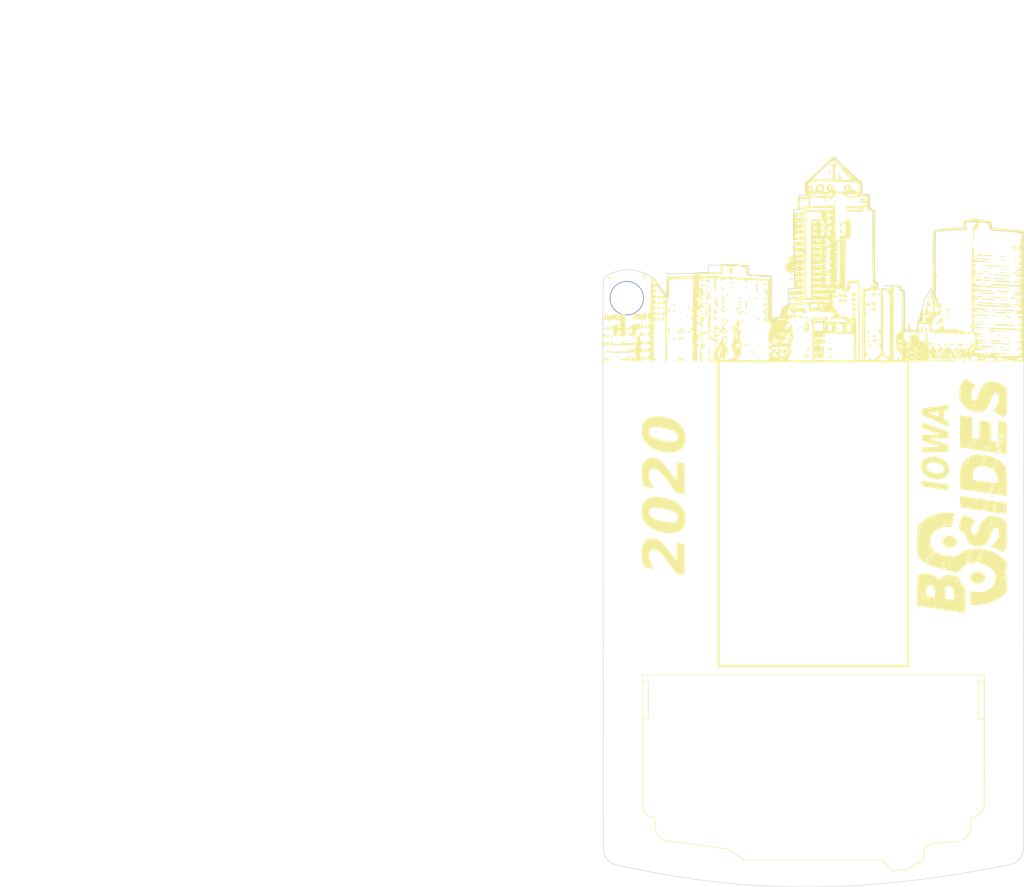
<source format=kicad_pcb>
(kicad_pcb (version 20171130) (host pcbnew 5.1.5)
  (layers (0 F.Cu signal) (31 B.Cu signal) (34 B.Paste user) (35 F.Paste user) (36 B.SilkS user) (37 F.SilkS user) (38 B.Mask user) (39 F.Mask user) (44 Edge.Cuts user))
  (net 0 "")
  (module Connector_Pin:Pin_D1.3mm_L11.0mm (layer F.Cu) (at 111.7 53.05)
    (fp_text reference REF** hide)
    (fp_text value Pin_D1.3mm_L11.0mm)
    (pad 1 thru_hole circle (at 0 0) (size 6.2 6.2) (drill 6) (layers *.Cu *.Mask))
  )
  (module LOGO (layer F.Cu) (at 0 0)
    (fp_text reference G*** hide)
    (fp_text value LOGO hide)
  )
  (module LOGO (layer F.Cu) (at 145.15 96.4)
    (fp_text reference G*** hide)
    (fp_text value LOGO hide)
  )
  (gr_line (start 184.141762 153.57006) (end 184.244346 64.674535) (layer Edge.Cuts) (width 0.1))
  (gr_line (start 184.244346 64.674535) (end 184.055968 41.01328) (layer Edge.Cuts) (width 0.1))
  (gr_line (start 184.055968 41.01328) (end 178.304318 40.620597) (layer Edge.Cuts) (width 0.1))
  (gr_line (start 178.304318 40.620597) (end 178.281218 39.211558) (layer Edge.Cuts) (width 0.1))
  (gr_line (start 178.281218 39.211558) (end 173.476628 39.119158) (layer Edge.Cuts) (width 0.1))
  (gr_line (start 173.476628 39.119158) (end 173.453528 40.412702) (layer Edge.Cuts) (width 0.1))
  (gr_line (start 173.453528 40.412702) (end 167.979068 40.782286) (layer Edge.Cuts) (width 0.1))
  (gr_line (start 167.979068 40.782286) (end 168.117658 52.909264) (layer Edge.Cuts) (width 0.1))
  (gr_line (start 168.117658 52.909264) (end 167.216798 51.36163) (layer Edge.Cuts) (width 0.1))
  (gr_line (start 167.216798 51.36163) (end 166.315938 53.117155) (layer Edge.Cuts) (width 0.1))
  (gr_line (start 166.315938 53.117155) (end 166.038748 53.117152) (layer Edge.Cuts) (width 0.1))
  (gr_line (start 166.038748 53.117152) (end 166.084948 54.295201) (layer Edge.Cuts) (width 0.1))
  (gr_line (start 166.084948 54.295201) (end 165.646068 54.318301) (layer Edge.Cuts) (width 0.1))
  (gr_line (start 165.646068 54.318301) (end 165.646068 55.288459) (layer Edge.Cuts) (width 0.1))
  (gr_line (start 165.646068 55.288459) (end 165.461268 55.311559) (layer Edge.Cuts) (width 0.1))
  (gr_line (start 165.461268 55.311559) (end 165.484368 56.743698) (layer Edge.Cuts) (width 0.1))
  (gr_line (start 165.484368 56.743698) (end 165.368878 56.743698) (layer Edge.Cuts) (width 0.1))
  (gr_line (start 165.368878 56.743698) (end 165.391978 57.228778) (layer Edge.Cuts) (width 0.1))
  (gr_line (start 165.391978 57.228778) (end 164.837598 57.205678) (layer Edge.Cuts) (width 0.1))
  (gr_line (start 164.837598 57.205678) (end 164.837598 59.053608) (layer Edge.Cuts) (width 0.1))
  (gr_line (start 164.837598 59.053608) (end 162.458408 59.030508) (layer Edge.Cuts) (width 0.1))
  (gr_line (start 162.458408 59.030508) (end 162.481508 51.615726) (layer Edge.Cuts) (width 0.1))
  (gr_line (start 162.481508 51.615726) (end 161.834738 51.615726) (layer Edge.Cuts) (width 0.1))
  (gr_line (start 161.834738 51.615726) (end 161.834738 50.853459) (layer Edge.Cuts) (width 0.1))
  (gr_line (start 161.834738 50.853459) (end 158.854958 50.807259) (layer Edge.Cuts) (width 0.1))
  (gr_line (start 158.854958 50.807259) (end 158.831858 51.47713) (layer Edge.Cuts) (width 0.1))
  (gr_line (start 158.831858 51.47713) (end 157.607618 51.45403) (layer Edge.Cuts) (width 0.1))
  (gr_line (start 157.607618 51.45403) (end 157.607618 51.061347) (layer Edge.Cuts) (width 0.1))
  (gr_line (start 157.607618 51.061347) (end 157.607618 50.229783) (layer Edge.Cuts) (width 0.1))
  (gr_line (start 157.607618 50.229783) (end 156.960838 50.229783) (layer Edge.Cuts) (width 0.1))
  (gr_line (start 156.960838 50.229783) (end 157.053238 36.970955) (layer Edge.Cuts) (width 0.1))
  (gr_line (start 157.053238 36.970955) (end 156.083088 36.924755) (layer Edge.Cuts) (width 0.1))
  (gr_line (start 156.083088 36.924755) (end 156.129288 34.24527) (layer Edge.Cuts) (width 0.1))
  (gr_line (start 156.129288 34.24527) (end 154.697148 34.19907) (layer Edge.Cuts) (width 0.1))
  (gr_line (start 154.697148 34.19907) (end 154.650948 32.12016) (layer Edge.Cuts) (width 0.1))
  (gr_line (start 154.650948 32.12016) (end 149.661558 27.361765) (layer Edge.Cuts) (width 0.1))
  (gr_line (start 149.661558 27.361765) (end 144.487388 32.073961) (layer Edge.Cuts) (width 0.1))
  (gr_line (start 144.487388 32.073961) (end 144.487388 34.245268) (layer Edge.Cuts) (width 0.1))
  (gr_line (start 144.487388 34.245268) (end 143.193838 34.245268) (layer Edge.Cuts) (width 0.1))
  (gr_line (start 143.193838 34.245268) (end 143.193838 36.878554) (layer Edge.Cuts) (width 0.1))
  (gr_line (start 143.193838 36.878554) (end 142.177488 36.878554) (layer Edge.Cuts) (width 0.1))
  (gr_line (start 142.177488 36.878554) (end 142.408478 51.33853) (layer Edge.Cuts) (width 0.1))
  (gr_line (start 142.408478 51.33853) (end 141.207328 51.38473) (layer Edge.Cuts) (width 0.1))
  (gr_line (start 141.207328 51.38473) (end 141.253528 54.064214) (layer Edge.Cuts) (width 0.1))
  (gr_line (start 141.253528 54.064214) (end 140.098578 55.219165) (layer Edge.Cuts) (width 0.1))
  (gr_line (start 140.098578 55.219165) (end 139.959978 56.558906) (layer Edge.Cuts) (width 0.1))
  (gr_line (start 139.959978 56.558906) (end 138.712638 56.582006) (layer Edge.Cuts) (width 0.1))
  (gr_line (start 138.712638 56.582006) (end 138.712638 57.205677) (layer Edge.Cuts) (width 0.1))
  (gr_line (start 138.712638 57.205677) (end 138.158268 57.205677) (layer Edge.Cuts) (width 0.1))
  (gr_line (start 138.158268 57.205677) (end 138.158268 48.936236) (layer Edge.Cuts) (width 0.1))
  (gr_line (start 138.158268 48.936236) (end 133.977348 48.913136) (layer Edge.Cuts) (width 0.1))
  (gr_line (start 133.977348 48.913136) (end 134.023548 47.134513) (layer Edge.Cuts) (width 0.1))
  (gr_line (start 134.023548 47.134513) (end 129.403748 47.042113) (layer Edge.Cuts) (width 0.1))
  (gr_line (start 129.403748 47.042113) (end 126.654968 46.995913) (layer Edge.Cuts) (width 0.1))
  (gr_line (start 126.654968 46.995913) (end 126.608768 48.428051) (layer Edge.Cuts) (width 0.1))
  (gr_line (start 126.608768 48.428051) (end 124.437458 48.474251) (layer Edge.Cuts) (width 0.1))
  (gr_line (start 124.437458 48.474251) (end 119.124685 48.612845) (layer Edge.Cuts) (width 0.1))
  (gr_line (start 119.124685 48.612845) (end 119.170885 53.14025) (layer Edge.Cuts) (width 0.1))
  (gr_line (start 119.170885 53.14025) (end 116.422104 49.363563) (layer Edge.Cuts) (width 0.1))
  (gr_line (start 116.422104 49.363563) (end 116.099163 49.141916) (layer Edge.Cuts) (width 0.1))
  (gr_line (start 116.099163 49.141916) (end 115.774478 48.940158) (layer Edge.Cuts) (width 0.1))
  (gr_line (start 115.774478 48.940158) (end 115.448487 48.757756) (layer Edge.Cuts) (width 0.1))
  (gr_line (start 115.448487 48.757756) (end 115.121625 48.594176) (layer Edge.Cuts) (width 0.1))
  (gr_line (start 115.121625 48.594176) (end 114.794331 48.448885) (layer Edge.Cuts) (width 0.1))
  (gr_line (start 114.794331 48.448885) (end 114.467041 48.321349) (layer Edge.Cuts) (width 0.1))
  (gr_line (start 114.467041 48.321349) (end 114.140191 48.211036) (layer Edge.Cuts) (width 0.1))
  (gr_line (start 114.140191 48.211036) (end 113.81422 48.117412) (layer Edge.Cuts) (width 0.1))
  (gr_line (start 113.81422 48.117412) (end 113.489563 48.039944) (layer Edge.Cuts) (width 0.1))
  (gr_line (start 113.489563 48.039944) (end 113.166658 47.978098) (layer Edge.Cuts) (width 0.1))
  (gr_line (start 113.166658 47.978098) (end 112.527852 47.899141) (layer Edge.Cuts) (width 0.1))
  (gr_line (start 112.527852 47.899141) (end 111.901297 47.876275) (layer Edge.Cuts) (width 0.1))
  (gr_line (start 111.901297 47.876275) (end 111.290489 47.905232) (layer Edge.Cuts) (width 0.1))
  (gr_line (start 111.290489 47.905232) (end 110.698923 47.981748) (layer Edge.Cuts) (width 0.1))
  (gr_line (start 110.698923 47.981748) (end 110.130096 48.101555) (layer Edge.Cuts) (width 0.1))
  (gr_line (start 110.130096 48.101555) (end 109.587502 48.260388) (layer Edge.Cuts) (width 0.1))
  (gr_line (start 109.587502 48.260388) (end 109.074638 48.453979) (layer Edge.Cuts) (width 0.1))
  (gr_line (start 109.074638 48.453979) (end 108.595 48.678063) (layer Edge.Cuts) (width 0.1))
  (gr_line (start 108.595 48.678063) (end 108.152082 48.928374) (layer Edge.Cuts) (width 0.1))
  (gr_line (start 108.152082 48.928374) (end 107.749381 49.200644) (layer Edge.Cuts) (width 0.1))
  (gr_line (start 107.749381 49.200644) (end 107.390393 49.490608) (layer Edge.Cuts) (width 0.1))
  (gr_line (start 107.390393 49.490608) (end 107.344193 62.033486) (layer Edge.Cuts) (width 0.1))
  (gr_line (start 107.344193 62.033486) (end 107.408663 153.61169) (layer Edge.Cuts) (width 0.1))
  (gr_line (start 107.408663 153.61169) (end 107.417598 153.874776) (layer Edge.Cuts) (width 0.1))
  (gr_line (start 107.417598 153.874776) (end 107.447929 154.131606) (layer Edge.Cuts) (width 0.1))
  (gr_line (start 107.447929 154.131606) (end 107.498916 154.38126) (layer Edge.Cuts) (width 0.1))
  (gr_line (start 107.498916 154.38126) (end 107.569815 154.622821) (layer Edge.Cuts) (width 0.1))
  (gr_line (start 107.569815 154.622821) (end 107.659888 154.855369) (layer Edge.Cuts) (width 0.1))
  (gr_line (start 107.659888 154.855369) (end 107.768392 155.077986) (layer Edge.Cuts) (width 0.1))
  (gr_line (start 107.768392 155.077986) (end 107.894585 155.289754) (layer Edge.Cuts) (width 0.1))
  (gr_line (start 107.894585 155.289754) (end 108.037728 155.489754) (layer Edge.Cuts) (width 0.1))
  (gr_line (start 108.037728 155.489754) (end 108.197079 155.677067) (layer Edge.Cuts) (width 0.1))
  (gr_line (start 108.197079 155.677067) (end 108.371895 155.850776) (layer Edge.Cuts) (width 0.1))
  (gr_line (start 108.371895 155.850776) (end 108.561438 156.009961) (layer Edge.Cuts) (width 0.1))
  (gr_line (start 108.561438 156.009961) (end 108.764964 156.153705) (layer Edge.Cuts) (width 0.1))
  (gr_line (start 108.764964 156.153705) (end 108.981733 156.281088) (layer Edge.Cuts) (width 0.1))
  (gr_line (start 108.981733 156.281088) (end 109.211004 156.391192) (layer Edge.Cuts) (width 0.1))
  (gr_line (start 109.211004 156.391192) (end 109.452035 156.483099) (layer Edge.Cuts) (width 0.1))
  (gr_line (start 109.452035 156.483099) (end 109.704086 156.55589) (layer Edge.Cuts) (width 0.1))
  (gr_line (start 109.704086 156.55589) (end 111.92731 157.043891) (layer Edge.Cuts) (width 0.1))
  (gr_line (start 111.92731 157.043891) (end 114.133491 157.501218) (layer Edge.Cuts) (width 0.1))
  (gr_line (start 114.133491 157.501218) (end 116.324545 157.927777) (layer Edge.Cuts) (width 0.1))
  (gr_line (start 116.324545 157.927777) (end 118.502386 158.323476) (layer Edge.Cuts) (width 0.1))
  (gr_line (start 118.502386 158.323476) (end 120.668931 158.68822) (layer Edge.Cuts) (width 0.1))
  (gr_line (start 120.668931 158.68822) (end 122.826095 159.021916) (layer Edge.Cuts) (width 0.1))
  (gr_line (start 122.826095 159.021916) (end 124.975793 159.32447) (layer Edge.Cuts) (width 0.1))
  (gr_line (start 124.975793 159.32447) (end 127.119942 159.595788) (layer Edge.Cuts) (width 0.1))
  (gr_line (start 127.119942 159.595788) (end 129.260457 159.835777) (layer Edge.Cuts) (width 0.1))
  (gr_line (start 129.260457 159.835777) (end 131.399253 160.044343) (layer Edge.Cuts) (width 0.1))
  (gr_line (start 131.399253 160.044343) (end 133.538246 160.221392) (layer Edge.Cuts) (width 0.1))
  (gr_line (start 133.538246 160.221392) (end 135.679352 160.366831) (layer Edge.Cuts) (width 0.1))
  (gr_line (start 135.679352 160.366831) (end 137.824487 160.480566) (layer Edge.Cuts) (width 0.1))
  (gr_line (start 137.824487 160.480566) (end 139.975565 160.562503) (layer Edge.Cuts) (width 0.1))
  (gr_line (start 139.975565 160.562503) (end 142.134502 160.612549) (layer Edge.Cuts) (width 0.1))
  (gr_line (start 142.134502 160.612549) (end 144.303214 160.63061) (layer Edge.Cuts) (width 0.1))
  (gr_line (start 144.303214 160.63061) (end 146.483617 160.616592) (layer Edge.Cuts) (width 0.1))
  (gr_line (start 146.483617 160.616592) (end 148.677627 160.570402) (layer Edge.Cuts) (width 0.1))
  (gr_line (start 148.677627 160.570402) (end 150.887158 160.491946) (layer Edge.Cuts) (width 0.1))
  (gr_line (start 150.887158 160.491946) (end 153.114126 160.38113) (layer Edge.Cuts) (width 0.1))
  (gr_line (start 153.114126 160.38113) (end 155.360447 160.237861) (layer Edge.Cuts) (width 0.1))
  (gr_line (start 155.360447 160.237861) (end 157.628037 160.062045) (layer Edge.Cuts) (width 0.1))
  (gr_line (start 157.628037 160.062045) (end 159.918811 159.853588) (layer Edge.Cuts) (width 0.1))
  (gr_line (start 159.918811 159.853588) (end 162.234685 159.612397) (layer Edge.Cuts) (width 0.1))
  (gr_line (start 162.234685 159.612397) (end 164.577574 159.338378) (layer Edge.Cuts) (width 0.1))
  (gr_line (start 164.577574 159.338378) (end 166.949394 159.031437) (layer Edge.Cuts) (width 0.1))
  (gr_line (start 166.949394 159.031437) (end 169.35206 158.69148) (layer Edge.Cuts) (width 0.1))
  (gr_line (start 169.35206 158.69148) (end 171.787489 158.318415) (layer Edge.Cuts) (width 0.1))
  (gr_line (start 171.787489 158.318415) (end 174.257595 157.912147) (layer Edge.Cuts) (width 0.1))
  (gr_line (start 174.257595 157.912147) (end 176.764295 157.472583) (layer Edge.Cuts) (width 0.1))
  (gr_line (start 176.764295 157.472583) (end 179.309503 156.999628) (layer Edge.Cuts) (width 0.1))
  (gr_line (start 179.309503 156.999628) (end 181.895136 156.49319) (layer Edge.Cuts) (width 0.1))
  (gr_line (start 181.895136 156.49319) (end 182.14149 156.422077) (layer Edge.Cuts) (width 0.1))
  (gr_line (start 182.14149 156.422077) (end 182.377054 156.330756) (layer Edge.Cuts) (width 0.1))
  (gr_line (start 182.377054 156.330756) (end 182.601115 156.22037) (layer Edge.Cuts) (width 0.1))
  (gr_line (start 182.601115 156.22037) (end 182.812957 156.09206) (layer Edge.Cuts) (width 0.1))
  (gr_line (start 182.812957 156.09206) (end 183.011865 155.946969) (layer Edge.Cuts) (width 0.1))
  (gr_line (start 183.011865 155.946969) (end 183.197124 155.78624) (layer Edge.Cuts) (width 0.1))
  (gr_line (start 183.197124 155.78624) (end 183.36802 155.611013) (layer Edge.Cuts) (width 0.1))
  (gr_line (start 183.36802 155.611013) (end 183.523838 155.422433) (layer Edge.Cuts) (width 0.1))
  (gr_line (start 183.523838 155.422433) (end 183.663862 155.22164) (layer Edge.Cuts) (width 0.1))
  (gr_line (start 183.663862 155.22164) (end 183.787378 155.009777) (layer Edge.Cuts) (width 0.1))
  (gr_line (start 183.787378 155.009777) (end 183.893671 154.787987) (layer Edge.Cuts) (width 0.1))
  (gr_line (start 183.893671 154.787987) (end 183.982026 154.557411) (layer Edge.Cuts) (width 0.1))
  (gr_line (start 183.982026 154.557411) (end 184.051727 154.319192) (layer Edge.Cuts) (width 0.1))
  (gr_line (start 184.051727 154.319192) (end 184.102061 154.074473) (layer Edge.Cuts) (width 0.1))
  (gr_line (start 184.102061 154.074473) (end 184.132313 153.824394) (layer Edge.Cuts) (width 0.1))
  (gr_line (start 184.132313 153.824394) (end 184.141766 153.5701) (layer Edge.Cuts) (width 0.1))
  (gr_line (start 184.141766 153.5701) (end 184.141762 153.57006) (layer Edge.Cuts) (width 0.1))
)
</source>
